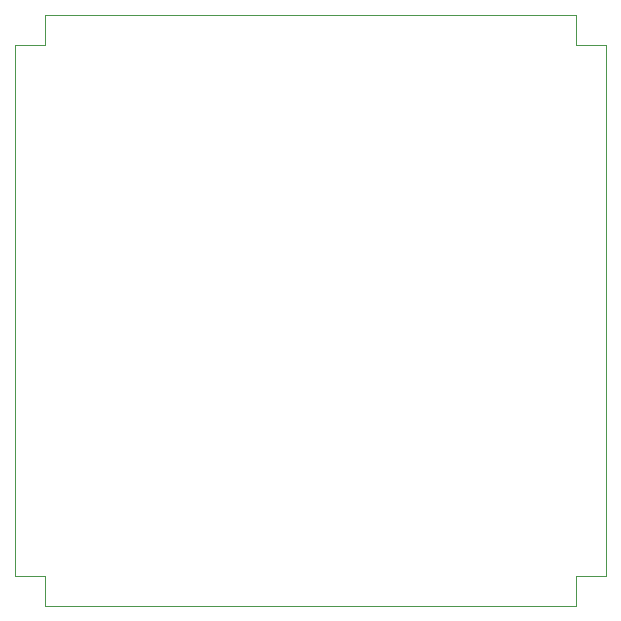
<source format=gm1>
G04 #@! TF.GenerationSoftware,KiCad,Pcbnew,7.0.2-6a45011f42~172~ubuntu22.04.1*
G04 #@! TF.CreationDate,2023-05-08T10:08:59-04:00*
G04 #@! TF.ProjectId,v2,76322e6b-6963-4616-945f-706362585858,rev?*
G04 #@! TF.SameCoordinates,Original*
G04 #@! TF.FileFunction,Profile,NP*
%FSLAX46Y46*%
G04 Gerber Fmt 4.6, Leading zero omitted, Abs format (unit mm)*
G04 Created by KiCad (PCBNEW 7.0.2-6a45011f42~172~ubuntu22.04.1) date 2023-05-08 10:08:59*
%MOMM*%
%LPD*%
G01*
G04 APERTURE LIST*
G04 #@! TA.AperFunction,Profile*
%ADD10C,0.100000*%
G04 #@! TD*
G04 APERTURE END LIST*
D10*
X77500000Y-125000000D02*
X122500000Y-125000000D01*
X75000000Y-77500000D02*
X75000000Y-122500000D01*
X122500000Y-75000000D02*
X77500000Y-75000000D01*
X125000000Y-77500000D02*
X125000000Y-122500000D01*
X122500000Y-77500000D02*
X125000000Y-77500000D01*
X122500000Y-75000000D02*
X122500000Y-77500000D01*
X122500000Y-122500000D02*
X122500000Y-125000000D01*
X125000000Y-122500000D02*
X122500000Y-122500000D01*
X77500000Y-122500000D02*
X77500000Y-125000000D01*
X75000000Y-122500000D02*
X77500000Y-122500000D01*
X77500000Y-77500000D02*
X77500000Y-75000000D01*
X75000000Y-77500000D02*
X77500000Y-77500000D01*
M02*

</source>
